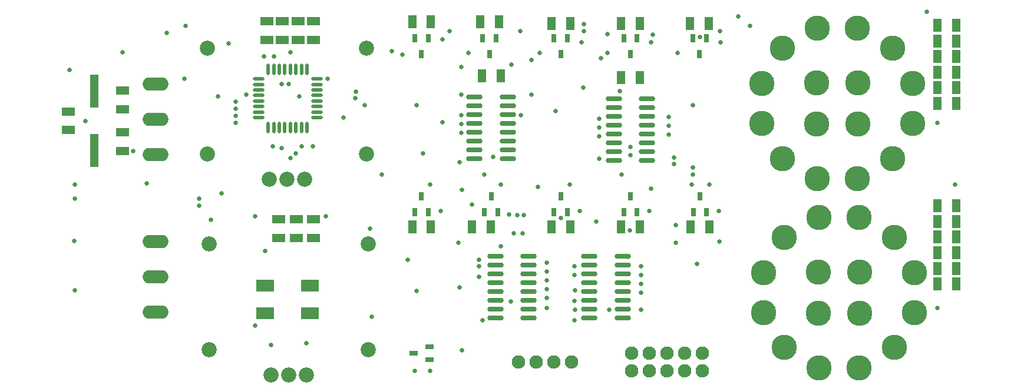
<source format=gbs>
G04 Layer_Color=16711935*
%FSAX24Y24*%
%MOIN*%
G70*
G01*
G75*
%ADD22O,0.0650X0.0217*%
%ADD23O,0.0217X0.0650*%
%ADD29R,0.1044X0.0651*%
%ADD30R,0.0493X0.0729*%
%ADD31R,0.0729X0.0493*%
%ADD32R,0.0296X0.0513*%
%ADD33O,0.1460X0.0760*%
%ADD34C,0.0860*%
%ADD35C,0.0760*%
%ADD36C,0.0060*%
%ADD37C,0.1438*%
%ADD38C,0.0260*%
%ADD39R,0.0513X0.0296*%
%ADD40O,0.0926X0.0296*%
%ADD41R,0.0454X0.1871*%
D22*
X018484Y-004016D02*
D03*
Y-004331D02*
D03*
Y-004646D02*
D03*
Y-004961D02*
D03*
Y-005276D02*
D03*
Y-005591D02*
D03*
Y-005906D02*
D03*
Y-006220D02*
D03*
X015177D02*
D03*
Y-005906D02*
D03*
Y-005591D02*
D03*
Y-005276D02*
D03*
Y-004961D02*
D03*
Y-004646D02*
D03*
Y-004331D02*
D03*
Y-004016D02*
D03*
D23*
X017933Y-006772D02*
D03*
X017618D02*
D03*
X017303D02*
D03*
X016988D02*
D03*
X016673D02*
D03*
X016358D02*
D03*
X016043D02*
D03*
X015728D02*
D03*
Y-003465D02*
D03*
X016043D02*
D03*
X016358D02*
D03*
X016673D02*
D03*
X016988D02*
D03*
X017303D02*
D03*
X017618D02*
D03*
X017933D02*
D03*
D29*
X018091Y-015748D02*
D03*
X015571D02*
D03*
X018091Y-017323D02*
D03*
X015571D02*
D03*
D30*
X054665Y-015650D02*
D03*
X053602D02*
D03*
X054665Y-014764D02*
D03*
X053602D02*
D03*
X054665Y-013878D02*
D03*
X053602D02*
D03*
X054665Y-012992D02*
D03*
X053602D02*
D03*
X054665Y-012106D02*
D03*
X053602D02*
D03*
X054665Y-011220D02*
D03*
X053602D02*
D03*
X054665Y-005413D02*
D03*
X053602D02*
D03*
X054665Y-004528D02*
D03*
X053602D02*
D03*
X054665Y-003642D02*
D03*
X053602D02*
D03*
X054665Y-002756D02*
D03*
X053602D02*
D03*
X054665Y-001870D02*
D03*
X053602D02*
D03*
X054665Y-000984D02*
D03*
X053602D02*
D03*
X035689Y-012402D02*
D03*
X036752D02*
D03*
X027815Y-003839D02*
D03*
X028878D02*
D03*
X035689Y-003937D02*
D03*
X036752D02*
D03*
X024941Y-000787D02*
D03*
X023878D02*
D03*
X028780D02*
D03*
X027717D02*
D03*
X032815Y-000886D02*
D03*
X031752D02*
D03*
X036752D02*
D03*
X035689D02*
D03*
X040669D02*
D03*
X039606D02*
D03*
X027269Y-012400D02*
D03*
X028331D02*
D03*
X031752Y-012402D02*
D03*
X032815D02*
D03*
X023878D02*
D03*
X024941D02*
D03*
X039626D02*
D03*
X040689D02*
D03*
D31*
X016339Y-013032D02*
D03*
Y-011968D02*
D03*
X007480Y-008110D02*
D03*
Y-007047D02*
D03*
X017421Y-001811D02*
D03*
Y-000748D02*
D03*
X016535Y-001811D02*
D03*
Y-000748D02*
D03*
X015650D02*
D03*
Y-001811D02*
D03*
X017323Y-011968D02*
D03*
Y-013032D02*
D03*
X004429Y-005866D02*
D03*
Y-006929D02*
D03*
X018307Y-013032D02*
D03*
Y-011968D02*
D03*
Y-001811D02*
D03*
Y-000748D02*
D03*
X007480Y-004685D02*
D03*
Y-005748D02*
D03*
D32*
X024035Y-001722D02*
D03*
X024783D02*
D03*
X024409Y-002608D02*
D03*
X027874Y-001722D02*
D03*
X028622D02*
D03*
X028248Y-002608D02*
D03*
X031909Y-001722D02*
D03*
X032657D02*
D03*
X032283Y-002608D02*
D03*
X035846Y-001722D02*
D03*
X036594D02*
D03*
X036220Y-002608D02*
D03*
X039764Y-001722D02*
D03*
X040512D02*
D03*
X040138Y-002608D02*
D03*
X028720Y-011565D02*
D03*
X027972D02*
D03*
X028346Y-010679D02*
D03*
X032657Y-011565D02*
D03*
X031909D02*
D03*
X032283Y-010679D02*
D03*
X024783Y-011565D02*
D03*
X024035D02*
D03*
X024409Y-010679D02*
D03*
X036594Y-011565D02*
D03*
X035846D02*
D03*
X036220Y-010679D02*
D03*
X040532Y-011565D02*
D03*
X039783D02*
D03*
X040157Y-010679D02*
D03*
D33*
X009350Y-004299D02*
D03*
Y-006299D02*
D03*
Y-008299D02*
D03*
Y-013256D02*
D03*
Y-015256D02*
D03*
Y-017256D02*
D03*
D34*
X012303Y-002268D02*
D03*
X021303D02*
D03*
Y-008268D02*
D03*
X012303D02*
D03*
X016803Y-009698D02*
D03*
X017803D02*
D03*
X015803D02*
D03*
X015902Y-020820D02*
D03*
X017902D02*
D03*
X016902D02*
D03*
X012402Y-019390D02*
D03*
X021402D02*
D03*
Y-013390D02*
D03*
X012402D02*
D03*
D35*
X038287Y-019579D02*
D03*
Y-020579D02*
D03*
X036287Y-019579D02*
D03*
Y-020579D02*
D03*
X040287Y-019579D02*
D03*
Y-020579D02*
D03*
X039287Y-019579D02*
D03*
Y-020579D02*
D03*
X037287Y-019579D02*
D03*
Y-020579D02*
D03*
X032898Y-020079D02*
D03*
X031898D02*
D03*
X030898D02*
D03*
X029898D02*
D03*
D36*
X057087Y-001969D02*
D03*
X001969D02*
D03*
Y-019685D02*
D03*
X057087D02*
D03*
D37*
X052291Y-015000D02*
D03*
X051149Y-013024D02*
D03*
X049173Y-011883D02*
D03*
X046890D02*
D03*
X044914Y-013024D02*
D03*
X043772Y-015000D02*
D03*
Y-017283D02*
D03*
X044914Y-019260D02*
D03*
X046890Y-020401D02*
D03*
X049173D02*
D03*
X051149Y-019260D02*
D03*
X052291Y-017283D02*
D03*
X049201Y-014972D02*
D03*
X046862D02*
D03*
Y-017311D02*
D03*
X049201D02*
D03*
X052192Y-004272D02*
D03*
X051051Y-002295D02*
D03*
X049074Y-001154D02*
D03*
X046792D02*
D03*
X044815Y-002295D02*
D03*
X043674Y-004272D02*
D03*
Y-006555D02*
D03*
X044815Y-008531D02*
D03*
X046792Y-009673D02*
D03*
X049074D02*
D03*
X051051Y-008531D02*
D03*
X052192Y-006555D02*
D03*
X049102Y-004244D02*
D03*
X046764D02*
D03*
Y-006583D02*
D03*
X049102D02*
D03*
D38*
X015000Y-011800D02*
D03*
X026002Y-001302D02*
D03*
X033600Y-000900D02*
D03*
Y-001300D02*
D03*
X030002Y-001302D02*
D03*
X029500Y-003200D02*
D03*
X037502Y-001502D02*
D03*
X034941Y-001470D02*
D03*
X041300Y-001300D02*
D03*
X004802Y-016002D02*
D03*
X004502Y-003502D02*
D03*
X004802Y-010002D02*
D03*
X053602Y-016998D02*
D03*
X054602Y-009998D02*
D03*
X053602Y-006498D02*
D03*
X043000Y-001000D02*
D03*
X039764Y-005506D02*
D03*
X053000Y-000200D02*
D03*
X016902Y-004302D02*
D03*
X015984Y-007848D02*
D03*
X010000Y-001400D02*
D03*
X007500Y-002500D02*
D03*
X031496Y-015939D02*
D03*
Y-015446D02*
D03*
X033563Y-004521D02*
D03*
X034449Y-006293D02*
D03*
Y-007277D02*
D03*
X038386Y-006194D02*
D03*
X039764Y-009049D02*
D03*
X038681Y-008465D02*
D03*
X036220Y-007868D02*
D03*
X034449Y-006785D02*
D03*
Y-008557D02*
D03*
X042323Y-000486D02*
D03*
X035630Y-004718D02*
D03*
X026575Y-008754D02*
D03*
X028445Y-008458D02*
D03*
X029626Y-012789D02*
D03*
X031988Y-005860D02*
D03*
X030118Y-012789D02*
D03*
X031004Y-010131D02*
D03*
X024902Y-020565D02*
D03*
X024016D02*
D03*
X023327Y-002651D02*
D03*
X024114Y-005506D02*
D03*
X025591Y-001765D02*
D03*
X034941Y-002553D02*
D03*
X037402Y-001962D02*
D03*
X033465D02*
D03*
X038878Y-002553D02*
D03*
X041339Y-001962D02*
D03*
X022146Y-009443D02*
D03*
X025492Y-011509D02*
D03*
X033366D02*
D03*
X037303D02*
D03*
X041240D02*
D03*
X035728Y-009443D02*
D03*
X023622Y-014265D02*
D03*
X011811Y-010820D02*
D03*
X026575Y-015840D02*
D03*
X011811Y-011214D02*
D03*
X024114Y-016037D02*
D03*
X031496Y-016431D02*
D03*
X027854Y-017710D02*
D03*
X027657Y-014265D02*
D03*
Y-014659D02*
D03*
Y-015250D02*
D03*
X031496Y-017021D02*
D03*
X033071Y-014659D02*
D03*
Y-015151D02*
D03*
Y-016628D02*
D03*
X033093Y-017098D02*
D03*
X033071Y-017710D02*
D03*
X035039Y-017120D02*
D03*
X036811D02*
D03*
Y-016135D02*
D03*
Y-015643D02*
D03*
Y-015151D02*
D03*
Y-014659D02*
D03*
X032283Y-011903D02*
D03*
X022736Y-002454D02*
D03*
X038386Y-007179D02*
D03*
Y-006687D02*
D03*
X034547Y-002848D02*
D03*
X031496Y-014462D02*
D03*
Y-014954D02*
D03*
X015551Y-013773D02*
D03*
X019094Y-004029D02*
D03*
X017618Y-007848D02*
D03*
X030610Y-002946D02*
D03*
X031102Y-002553D02*
D03*
X027067D02*
D03*
X008091Y-008124D02*
D03*
X016502Y-004302D02*
D03*
X013902Y-005702D02*
D03*
Y-006502D02*
D03*
Y-006102D02*
D03*
X013102Y-010502D02*
D03*
X012902Y-005002D02*
D03*
X020002Y-006202D02*
D03*
X017502Y-005002D02*
D03*
X005402Y-006402D02*
D03*
X004802Y-010802D02*
D03*
X012502Y-012002D02*
D03*
X021502Y-012502D02*
D03*
X024902Y-010002D02*
D03*
X013902Y-005302D02*
D03*
X013502Y-002002D02*
D03*
X017002Y-002502D02*
D03*
X015002Y-018002D02*
D03*
X015902Y-019102D02*
D03*
X017902Y-019002D02*
D03*
X019002Y-011802D02*
D03*
X028902Y-010002D02*
D03*
X032802D02*
D03*
X028902Y-013502D02*
D03*
X026702Y-019402D02*
D03*
X021602Y-017502D02*
D03*
X026702Y-010302D02*
D03*
X026502Y-013302D02*
D03*
X036102Y-014102D02*
D03*
X036202Y-012602D02*
D03*
X036220Y-008360D02*
D03*
X039702Y-010002D02*
D03*
X040702D02*
D03*
X033100Y-016000D02*
D03*
X038802Y-012302D02*
D03*
Y-013302D02*
D03*
X040002Y-014502D02*
D03*
X034302Y-012102D02*
D03*
X038681Y-008858D02*
D03*
X039764Y-009443D02*
D03*
X030610Y-004915D02*
D03*
X030020Y-006096D02*
D03*
X026673Y-007080D02*
D03*
X025591Y-006490D02*
D03*
X026673Y-006588D02*
D03*
Y-004915D02*
D03*
Y-003340D02*
D03*
X014500Y-004900D02*
D03*
X021200Y-005500D02*
D03*
X020669Y-005112D02*
D03*
X020700Y-004750D02*
D03*
X010999Y-004003D02*
D03*
X004750Y-013200D02*
D03*
X041250Y-013250D02*
D03*
X011050Y-001000D02*
D03*
X008858Y-009935D02*
D03*
X026673Y-006096D02*
D03*
X030200Y-011750D02*
D03*
X029811D02*
D03*
X029350Y-011700D02*
D03*
X037400Y-010250D02*
D03*
X024500Y-008250D02*
D03*
X027953Y-009443D02*
D03*
X027250Y-011150D02*
D03*
X040150Y-001650D02*
D03*
X029450Y-016650D02*
D03*
X016043Y-002743D02*
D03*
X015500Y-002750D02*
D03*
X018250Y-007850D02*
D03*
X016500Y-007950D02*
D03*
X017000Y-008500D02*
D03*
X017300Y-008250D02*
D03*
D39*
X024852Y-019213D02*
D03*
Y-019961D02*
D03*
X023967Y-019587D02*
D03*
D40*
X033898Y-017596D02*
D03*
Y-017096D02*
D03*
Y-016596D02*
D03*
Y-016096D02*
D03*
Y-015596D02*
D03*
Y-015096D02*
D03*
Y-014596D02*
D03*
Y-014096D02*
D03*
X035787Y-017596D02*
D03*
Y-017096D02*
D03*
Y-016596D02*
D03*
Y-016096D02*
D03*
Y-015596D02*
D03*
Y-015096D02*
D03*
Y-014596D02*
D03*
Y-014096D02*
D03*
X028583Y-017596D02*
D03*
Y-017096D02*
D03*
Y-016596D02*
D03*
Y-016096D02*
D03*
Y-015596D02*
D03*
Y-015096D02*
D03*
Y-014596D02*
D03*
Y-014096D02*
D03*
X030472Y-017596D02*
D03*
Y-017096D02*
D03*
Y-016596D02*
D03*
Y-016096D02*
D03*
Y-015596D02*
D03*
Y-015096D02*
D03*
Y-014596D02*
D03*
Y-014096D02*
D03*
X037165Y-005140D02*
D03*
Y-005640D02*
D03*
Y-006140D02*
D03*
Y-006640D02*
D03*
Y-007140D02*
D03*
Y-007640D02*
D03*
Y-008140D02*
D03*
Y-008640D02*
D03*
X035276Y-005140D02*
D03*
Y-005640D02*
D03*
Y-006140D02*
D03*
Y-006640D02*
D03*
Y-007140D02*
D03*
Y-007640D02*
D03*
Y-008140D02*
D03*
Y-008640D02*
D03*
X029291Y-005041D02*
D03*
Y-005541D02*
D03*
Y-006041D02*
D03*
Y-006541D02*
D03*
Y-007041D02*
D03*
Y-007541D02*
D03*
Y-008041D02*
D03*
Y-008541D02*
D03*
X027402Y-005041D02*
D03*
Y-005541D02*
D03*
Y-006041D02*
D03*
Y-006541D02*
D03*
Y-007041D02*
D03*
Y-007541D02*
D03*
Y-008041D02*
D03*
Y-008541D02*
D03*
D41*
X005906Y-008091D02*
D03*
Y-004705D02*
D03*
M02*

</source>
